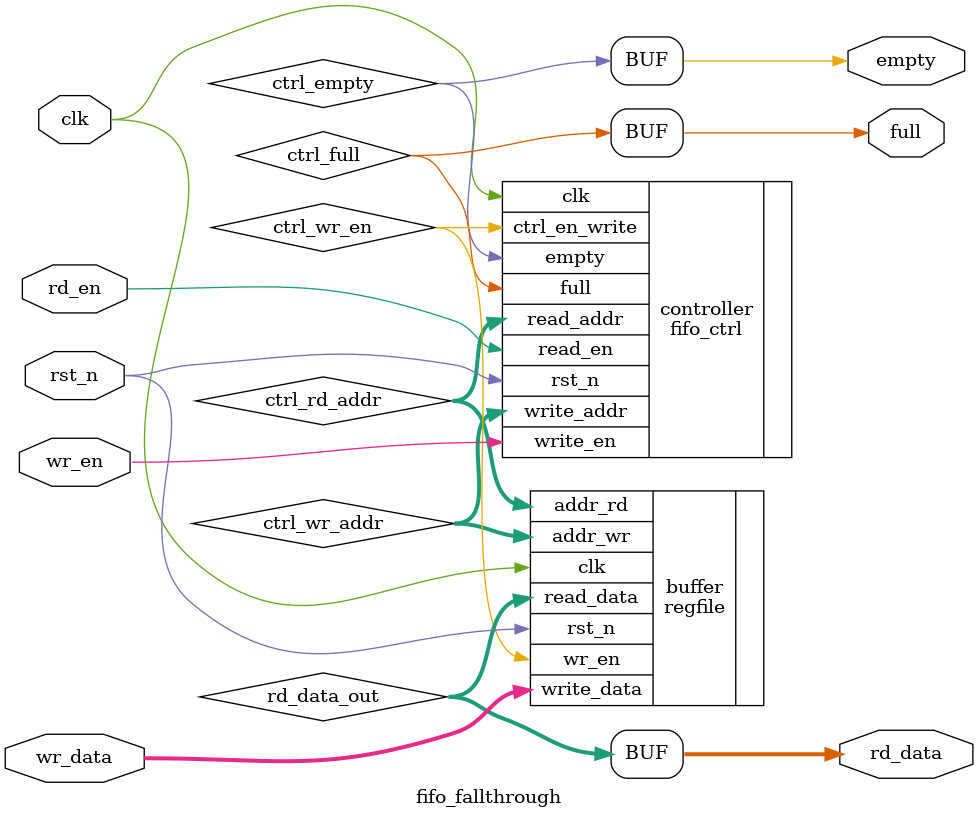
<source format=sv>
`timescale 1ns / 1ps


module fifo_fallthrough #(parameter ADDR_WIDTH=4, parameter DATA_WIDTH=32)(
    input logic clk, rst_n,
    input logic rd_en,
    input logic wr_en,
    input logic [DATA_WIDTH-1:0] wr_data,
    output logic [DATA_WIDTH-1:0] rd_data,
    output logic full,
    output logic empty
    );
    
    logic [DATA_WIDTH-1:0] rd_data_out;
    logic ctrl_full;
    logic ctrl_empty;
    logic [ADDR_WIDTH-1:0] ctrl_wr_addr;
    logic [ADDR_WIDTH-1:0] ctrl_rd_addr;
    logic ctrl_wr_en;
    
    fifo_ctrl #(
        .ADDR_WIDTH(ADDR_WIDTH)
        ) controller (
            .clk(clk),
            .rst_n(rst_n),
            .read_en(rd_en),
            .write_en(wr_en),
            .full(ctrl_full),
            .empty(ctrl_empty),
            .ctrl_en_write(ctrl_wr_en),
            .write_addr(ctrl_wr_addr),
            .read_addr(ctrl_rd_addr)
        );
    
    
    
    
    regfile #(
        .ADDR_WIDTH(ADDR_WIDTH),
        .DATA_WIDTH(DATA_WIDTH)
    ) buffer (
        .clk(clk),
        .rst_n(rst_n),
        .addr_rd(ctrl_rd_addr),
        .addr_wr(ctrl_wr_addr),
        .wr_en(ctrl_wr_en),
        .write_data(wr_data),
        .read_data(rd_data_out)
    );
    
    assign full = ctrl_full;
    assign empty = ctrl_empty;
    assign rd_data = rd_data_out;
    
    
    
endmodule

</source>
